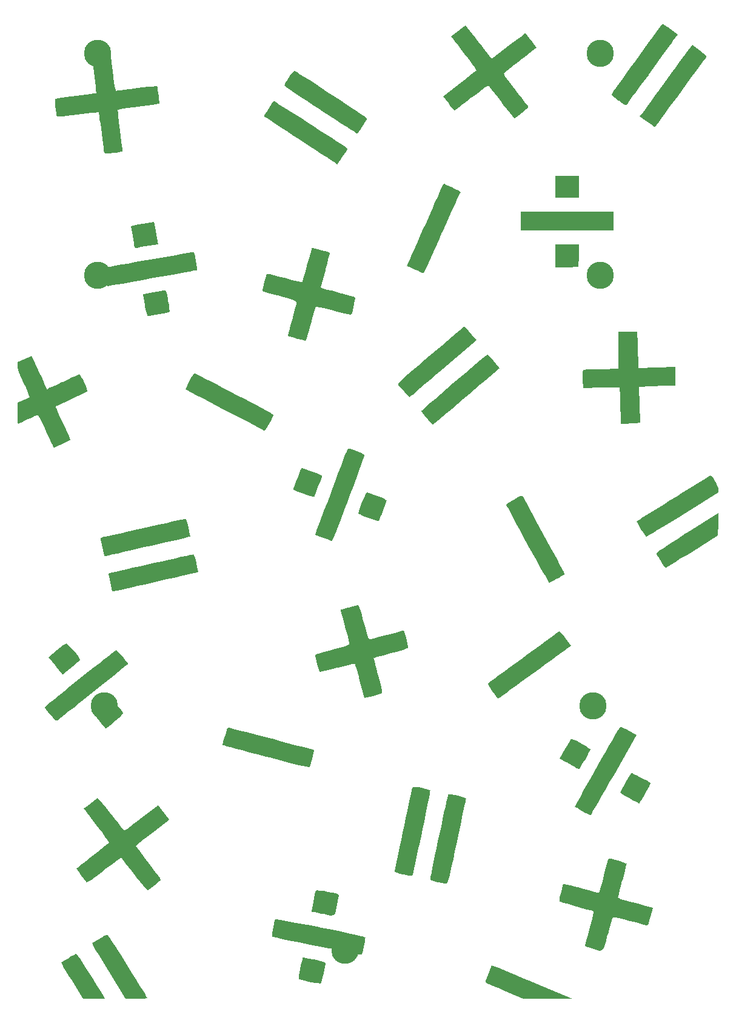
<source format=gbr>
%TF.GenerationSoftware,KiCad,Pcbnew,7.0.7*%
%TF.CreationDate,2023-12-08T00:51:54+02:00*%
%TF.ProjectId,back_plate,6261636b-5f70-46c6-9174-652e6b696361,rev?*%
%TF.SameCoordinates,Original*%
%TF.FileFunction,Copper,L1,Top*%
%TF.FilePolarity,Positive*%
%FSLAX46Y46*%
G04 Gerber Fmt 4.6, Leading zero omitted, Abs format (unit mm)*
G04 Created by KiCad (PCBNEW 7.0.7) date 2023-12-08 00:51:54*
%MOMM*%
%LPD*%
G01*
G04 APERTURE LIST*
%TA.AperFunction,ComponentPad*%
%ADD10C,3.800000*%
%TD*%
G04 APERTURE END LIST*
%TA.AperFunction,EtchedComponent*%
%TO.C,G\u002A\u002A\u002A*%
G36*
X81153371Y-165514000D02*
G01*
X81352505Y-165797928D01*
X81645448Y-166236340D01*
X82014444Y-166801491D01*
X82441737Y-167465636D01*
X82909570Y-168201030D01*
X83400190Y-168979928D01*
X83895839Y-169774586D01*
X84378762Y-170557258D01*
X84785872Y-171225237D01*
X85070288Y-171695146D01*
X83531697Y-171695146D01*
X81993105Y-171695146D01*
X80435536Y-169209686D01*
X80003926Y-168511011D01*
X79627347Y-167882173D01*
X79322514Y-167352704D01*
X79106141Y-166952137D01*
X78994944Y-166710004D01*
X78987486Y-166651191D01*
X79416141Y-166372599D01*
X79879891Y-166082748D01*
X80327951Y-165811910D01*
X80709537Y-165590357D01*
X80973864Y-165448363D01*
X81065801Y-165412301D01*
X81153371Y-165514000D01*
G37*
%TD.AperFunction*%
%TA.AperFunction,EtchedComponent*%
G36*
X85478895Y-162832760D02*
G01*
X85578113Y-162973414D01*
X85787573Y-163292803D01*
X86090603Y-163764272D01*
X86470532Y-164361166D01*
X86910689Y-165056832D01*
X87394401Y-165824614D01*
X87904999Y-166637857D01*
X88425811Y-167469908D01*
X88940166Y-168294110D01*
X89431392Y-169083810D01*
X89882819Y-169812353D01*
X90277775Y-170453084D01*
X90599588Y-170979348D01*
X90831589Y-171364491D01*
X90957105Y-171581859D01*
X90974757Y-171619799D01*
X90859328Y-171648254D01*
X90544480Y-171671010D01*
X90077369Y-171685860D01*
X89505154Y-171690594D01*
X89464320Y-171690496D01*
X87953883Y-171685846D01*
X85562272Y-167855784D01*
X85011186Y-166966032D01*
X84513747Y-166148826D01*
X84083130Y-165426857D01*
X83732514Y-164822817D01*
X83475075Y-164359397D01*
X83323990Y-164059289D01*
X83291599Y-163945628D01*
X84025197Y-163468267D01*
X84583237Y-163126427D01*
X84988192Y-162908674D01*
X85262536Y-162803573D01*
X85428743Y-162799689D01*
X85478895Y-162832760D01*
G37*
%TD.AperFunction*%
%TA.AperFunction,EtchedComponent*%
G36*
X139605206Y-167228125D02*
G01*
X139822866Y-167316848D01*
X140242347Y-167489712D01*
X140837834Y-167736014D01*
X141583516Y-168045050D01*
X142453579Y-168406118D01*
X143422210Y-168808513D01*
X144463595Y-169241532D01*
X145227184Y-169559281D01*
X150344175Y-171689254D01*
X146891748Y-171681846D01*
X143439320Y-171674439D01*
X140881247Y-170596056D01*
X140139746Y-170281450D01*
X139475365Y-169995718D01*
X138921617Y-169753589D01*
X138512013Y-169569790D01*
X138280065Y-169459048D01*
X138241430Y-169435928D01*
X138250563Y-169294638D01*
X138340217Y-168978457D01*
X138494182Y-168539336D01*
X138629951Y-168190563D01*
X139100217Y-167026943D01*
X139605206Y-167228125D01*
G37*
%TD.AperFunction*%
%TA.AperFunction,EtchedComponent*%
G36*
X113165810Y-166012075D02*
G01*
X113616157Y-166093840D01*
X114135817Y-166201119D01*
X114670272Y-166321750D01*
X115165006Y-166443572D01*
X115565505Y-166554421D01*
X115817252Y-166642136D01*
X115875794Y-166684227D01*
X115849979Y-166856002D01*
X115784399Y-167214117D01*
X115689448Y-167703461D01*
X115593482Y-168181068D01*
X115465271Y-168781827D01*
X115362376Y-169179601D01*
X115269626Y-169414659D01*
X115171848Y-169527271D01*
X115075212Y-169556661D01*
X114858866Y-169540966D01*
X114462880Y-169483453D01*
X113948767Y-169393848D01*
X113515833Y-169310059D01*
X112974718Y-169195824D01*
X112527749Y-169091967D01*
X112227608Y-169011328D01*
X112128294Y-168971846D01*
X112128406Y-168835958D01*
X112169848Y-168516893D01*
X112241762Y-168072487D01*
X112333289Y-167560581D01*
X112433572Y-167039012D01*
X112531754Y-166565620D01*
X112616976Y-166198242D01*
X112678380Y-165994717D01*
X112691112Y-165973738D01*
X112839289Y-165967987D01*
X113165810Y-166012075D01*
G37*
%TD.AperFunction*%
%TA.AperFunction,EtchedComponent*%
G36*
X109124155Y-160616703D02*
G01*
X109498045Y-160682393D01*
X110066451Y-160786888D01*
X110805665Y-160925698D01*
X111691983Y-161094331D01*
X112701697Y-161288298D01*
X113811102Y-161503107D01*
X114996491Y-161734268D01*
X115295874Y-161792899D01*
X116767513Y-162083175D01*
X118009973Y-162332435D01*
X119036713Y-162543692D01*
X119861193Y-162719959D01*
X120496872Y-162864249D01*
X120957211Y-162979575D01*
X121255669Y-163068951D01*
X121405706Y-163135389D01*
X121430097Y-163166111D01*
X121408871Y-163358395D01*
X121352126Y-163727277D01*
X121270260Y-164207064D01*
X121229479Y-164433541D01*
X121127994Y-164956580D01*
X121043943Y-165280961D01*
X120958069Y-165451885D01*
X120851117Y-165514552D01*
X120767101Y-165518920D01*
X120597230Y-165493256D01*
X120209875Y-165423905D01*
X119629367Y-165315538D01*
X118880036Y-165172824D01*
X117986212Y-165000433D01*
X116972227Y-164803035D01*
X115862411Y-164585301D01*
X114681094Y-164351901D01*
X114503806Y-164316735D01*
X113320885Y-164080628D01*
X112211903Y-163856660D01*
X111200300Y-163649748D01*
X110309518Y-163464813D01*
X109562995Y-163306771D01*
X108984172Y-163180542D01*
X108596490Y-163091044D01*
X108423388Y-163043195D01*
X108416989Y-163039558D01*
X108401957Y-162888821D01*
X108430953Y-162553557D01*
X108497829Y-162090680D01*
X108553514Y-161775723D01*
X108673251Y-161196220D01*
X108777884Y-160828569D01*
X108879104Y-160639482D01*
X108968486Y-160594309D01*
X109124155Y-160616703D01*
G37*
%TD.AperFunction*%
%TA.AperFunction,EtchedComponent*%
G36*
X155537605Y-152115482D02*
G01*
X155846029Y-152180493D01*
X156265352Y-152289576D01*
X156735523Y-152424865D01*
X157196491Y-152568492D01*
X157588204Y-152702592D01*
X157850610Y-152809299D01*
X157927184Y-152864242D01*
X157895904Y-153016684D01*
X157808871Y-153367474D01*
X157676301Y-153877344D01*
X157508405Y-154507027D01*
X157315399Y-155217255D01*
X157310680Y-155234466D01*
X157117312Y-155945106D01*
X156948784Y-156575133D01*
X156815291Y-157085546D01*
X156727030Y-157437344D01*
X156694197Y-157591527D01*
X156694175Y-157592554D01*
X156805165Y-157670187D01*
X157102457Y-157785753D01*
X157532529Y-157919755D01*
X157773058Y-157985594D01*
X158369483Y-158143408D01*
X159092182Y-158336771D01*
X159829677Y-158535782D01*
X160225403Y-158643412D01*
X161598864Y-159018377D01*
X161257398Y-160270596D01*
X161107782Y-160782725D01*
X160969829Y-161189815D01*
X160861167Y-161443421D01*
X160808694Y-161503651D01*
X160661582Y-161466531D01*
X160314876Y-161374391D01*
X159806777Y-161237529D01*
X159175487Y-161066239D01*
X158459208Y-160870816D01*
X158371831Y-160846910D01*
X157525686Y-160622587D01*
X156842678Y-160456636D01*
X156342298Y-160353221D01*
X156044035Y-160316506D01*
X155965868Y-160332851D01*
X155911346Y-160485809D01*
X155805008Y-160838106D01*
X155658047Y-161350665D01*
X155481654Y-161984408D01*
X155287021Y-162700257D01*
X155274619Y-162746414D01*
X155058739Y-163561952D01*
X154891462Y-164167686D01*
X154745239Y-164588359D01*
X154592516Y-164848713D01*
X154405742Y-164973493D01*
X154157365Y-164987442D01*
X153819833Y-164915302D01*
X153365595Y-164781818D01*
X153096266Y-164702719D01*
X152572452Y-164535962D01*
X152222737Y-164389435D01*
X152076931Y-164276255D01*
X152076132Y-164253819D01*
X152156117Y-163998026D01*
X152276300Y-163577011D01*
X152425244Y-163034629D01*
X152591513Y-162414735D01*
X152763669Y-161761185D01*
X152930277Y-161117833D01*
X153079900Y-160528535D01*
X153201100Y-160037146D01*
X153282442Y-159687521D01*
X153312488Y-159523515D01*
X153311430Y-159516931D01*
X153182639Y-159470742D01*
X152852664Y-159371037D01*
X152358434Y-159228447D01*
X151736877Y-159053603D01*
X151024923Y-158857134D01*
X150916295Y-158827460D01*
X150193065Y-158627904D01*
X149553820Y-158447252D01*
X149035794Y-158296375D01*
X148676220Y-158186146D01*
X148512332Y-158127440D01*
X148507102Y-158123930D01*
X148515004Y-157992669D01*
X148574368Y-157686769D01*
X148669497Y-157268873D01*
X148784695Y-156801623D01*
X148904262Y-156347663D01*
X149012503Y-155969633D01*
X149093719Y-155730176D01*
X149118923Y-155682376D01*
X149244934Y-155699398D01*
X149572482Y-155773114D01*
X150065406Y-155894561D01*
X150687542Y-156054773D01*
X151402729Y-156244788D01*
X151569786Y-156289922D01*
X152302661Y-156484305D01*
X152952704Y-156648691D01*
X153483228Y-156774462D01*
X153857547Y-156853000D01*
X154038972Y-156875685D01*
X154049273Y-156872410D01*
X154101458Y-156736714D01*
X154205355Y-156400127D01*
X154350094Y-155900285D01*
X154524804Y-155274823D01*
X154718612Y-154561379D01*
X154741203Y-154476999D01*
X154934538Y-153758710D01*
X155107203Y-153126483D01*
X155248900Y-152617273D01*
X155349331Y-152268034D01*
X155398199Y-152115722D01*
X155400132Y-152112407D01*
X155537605Y-152115482D01*
G37*
%TD.AperFunction*%
%TA.AperFunction,EtchedComponent*%
G36*
X115084198Y-156598991D02*
G01*
X115646002Y-156679316D01*
X116198584Y-156777391D01*
X116835061Y-156899463D01*
X117266662Y-156991312D01*
X117530873Y-157068242D01*
X117665180Y-157145556D01*
X117707070Y-157238559D01*
X117694030Y-157362554D01*
X117689405Y-157386018D01*
X117640941Y-157641778D01*
X117562493Y-158069068D01*
X117467088Y-158596593D01*
X117412278Y-158902670D01*
X117327542Y-159392672D01*
X117249857Y-159738530D01*
X117140153Y-159957143D01*
X116959358Y-160065415D01*
X116668399Y-160080247D01*
X116228205Y-160018541D01*
X115599704Y-159897197D01*
X115265048Y-159831519D01*
X114734303Y-159727060D01*
X114303430Y-159639422D01*
X114023455Y-159579164D01*
X113942522Y-159557863D01*
X113944582Y-159428256D01*
X113990107Y-159115750D01*
X114067513Y-158677825D01*
X114165216Y-158171962D01*
X114271632Y-157655641D01*
X114375179Y-157186342D01*
X114464271Y-156821546D01*
X114527326Y-156618733D01*
X114538873Y-156598654D01*
X114705794Y-156571096D01*
X115084198Y-156598991D01*
G37*
%TD.AperFunction*%
%TA.AperFunction,EtchedComponent*%
G36*
X84126935Y-143757626D02*
G01*
X84371843Y-144006814D01*
X84734647Y-144426641D01*
X85202551Y-145002147D01*
X85762760Y-145718374D01*
X85923886Y-145928321D01*
X86426011Y-146581837D01*
X86878589Y-147164878D01*
X87260264Y-147650423D01*
X87549681Y-148011448D01*
X87725487Y-148220931D01*
X87768932Y-148263051D01*
X87879940Y-148191937D01*
X88158532Y-147990919D01*
X88576992Y-147680655D01*
X89107602Y-147281806D01*
X89722643Y-146815032D01*
X90160451Y-146480482D01*
X92490319Y-144695426D01*
X93040201Y-145402810D01*
X93351145Y-145806474D01*
X93632602Y-146178122D01*
X93819307Y-146431336D01*
X94048531Y-146752479D01*
X91714837Y-148527453D01*
X91060445Y-149027553D01*
X90476627Y-149478276D01*
X89990487Y-149858321D01*
X89629133Y-150146387D01*
X89419669Y-150321171D01*
X89377796Y-150364078D01*
X89448988Y-150474825D01*
X89650698Y-150752728D01*
X89962202Y-151170165D01*
X90362776Y-151699513D01*
X90831696Y-152313152D01*
X91170222Y-152753070D01*
X91668342Y-153407339D01*
X92104945Y-153997614D01*
X92460536Y-154496130D01*
X92715621Y-154875122D01*
X92850706Y-155106824D01*
X92864308Y-155165893D01*
X92677553Y-155315027D01*
X92369270Y-155553742D01*
X91997284Y-155838140D01*
X91619417Y-156124320D01*
X91293491Y-156368382D01*
X91077328Y-156526427D01*
X91029758Y-156558712D01*
X90919268Y-156488572D01*
X90684086Y-156246280D01*
X90346449Y-155857734D01*
X89928594Y-155348833D01*
X89452759Y-154745476D01*
X89277431Y-154517821D01*
X88789077Y-153879380D01*
X88343258Y-153295576D01*
X87964742Y-152798923D01*
X87678299Y-152421936D01*
X87508700Y-152197128D01*
X87482093Y-152161190D01*
X87418374Y-152094362D01*
X87332810Y-152071341D01*
X87200933Y-152107383D01*
X86998275Y-152217743D01*
X86700367Y-152417675D01*
X86282739Y-152722436D01*
X85720924Y-153147280D01*
X84990452Y-153707463D01*
X84941267Y-153745295D01*
X84186510Y-154322725D01*
X83601810Y-154761239D01*
X83164411Y-155075660D01*
X82851560Y-155280816D01*
X82640501Y-155391530D01*
X82508482Y-155422629D01*
X82432748Y-155388937D01*
X82427720Y-155382989D01*
X82103373Y-154964269D01*
X81776177Y-154525936D01*
X81480538Y-154116106D01*
X81250860Y-153782893D01*
X81121549Y-153574416D01*
X81105236Y-153533475D01*
X81198068Y-153433720D01*
X81460135Y-153207461D01*
X81863990Y-152876954D01*
X82382189Y-152464455D01*
X82987284Y-151992219D01*
X83356626Y-151707851D01*
X84000432Y-151211912D01*
X84575149Y-150764180D01*
X85052874Y-150386807D01*
X85405702Y-150101944D01*
X85605730Y-149931742D01*
X85640603Y-149894765D01*
X85576712Y-149777293D01*
X85381499Y-149493370D01*
X85075404Y-149070917D01*
X84678865Y-148537858D01*
X84212322Y-147922116D01*
X83876141Y-147484203D01*
X83375927Y-146832930D01*
X82932602Y-146250037D01*
X82566378Y-145762573D01*
X82297469Y-145397585D01*
X82146088Y-145182120D01*
X82120490Y-145134868D01*
X82226316Y-145055910D01*
X82481869Y-144862271D01*
X82841001Y-144589087D01*
X83257565Y-144271499D01*
X83685415Y-143944645D01*
X84012720Y-143694037D01*
X84126935Y-143757626D01*
G37*
%TD.AperFunction*%
%TA.AperFunction,EtchedComponent*%
G36*
X133478656Y-143205289D02*
G01*
X133905363Y-143281414D01*
X134377546Y-143383909D01*
X134832815Y-143498565D01*
X135208779Y-143611171D01*
X135443049Y-143707519D01*
X135489804Y-143753511D01*
X135465250Y-143898016D01*
X135393533Y-144259739D01*
X135279644Y-144814873D01*
X135128574Y-145539614D01*
X134945316Y-146410153D01*
X134734861Y-147402687D01*
X134502199Y-148493408D01*
X134252323Y-149658511D01*
X134226538Y-149778398D01*
X133936011Y-151125938D01*
X133691374Y-152251835D01*
X133487566Y-153175729D01*
X133319524Y-153917258D01*
X133182185Y-154496061D01*
X133070488Y-154931777D01*
X132979370Y-155244044D01*
X132903769Y-155452500D01*
X132838622Y-155576785D01*
X132778868Y-155636537D01*
X132719443Y-155651394D01*
X132712705Y-155651130D01*
X132478129Y-155617489D01*
X132081402Y-155541944D01*
X131600315Y-155439515D01*
X131502344Y-155417471D01*
X131043937Y-155307379D01*
X130685570Y-155210127D01*
X130489672Y-155142992D01*
X130473080Y-155132627D01*
X130485968Y-155004299D01*
X130545842Y-154663306D01*
X130646715Y-154137826D01*
X130782598Y-153456039D01*
X130947502Y-152646123D01*
X131135440Y-151736257D01*
X131340423Y-150754622D01*
X131556463Y-149729395D01*
X131777571Y-148688756D01*
X131997759Y-147660883D01*
X132211039Y-146673957D01*
X132411422Y-145756156D01*
X132592920Y-144935658D01*
X132749544Y-144240644D01*
X132875307Y-143699291D01*
X132964220Y-143339780D01*
X133010294Y-143190289D01*
X133011230Y-143188992D01*
X133159815Y-143169745D01*
X133478656Y-143205289D01*
G37*
%TD.AperFunction*%
%TA.AperFunction,EtchedComponent*%
G36*
X128454657Y-142140936D02*
G01*
X128873456Y-142197110D01*
X129343238Y-142279362D01*
X129801283Y-142376318D01*
X130184870Y-142476606D01*
X130431280Y-142568851D01*
X130473444Y-142597072D01*
X130465029Y-142728521D01*
X130409693Y-143072552D01*
X130313360Y-143600875D01*
X130181954Y-144285199D01*
X130021400Y-145097233D01*
X129837620Y-146008685D01*
X129636539Y-146991265D01*
X129424081Y-148016682D01*
X129206169Y-149056645D01*
X128988729Y-150082863D01*
X128777683Y-151067045D01*
X128578956Y-151980901D01*
X128398472Y-152796140D01*
X128242154Y-153484470D01*
X128115927Y-154017600D01*
X128025714Y-154367241D01*
X127980930Y-154500498D01*
X127819589Y-154544027D01*
X127433617Y-154506773D01*
X126819183Y-154388337D01*
X126740230Y-154370946D01*
X126236704Y-154246586D01*
X125832801Y-154123488D01*
X125583514Y-154019668D01*
X125531284Y-153974921D01*
X125549667Y-153839203D01*
X125614113Y-153490934D01*
X125718622Y-152958609D01*
X125857193Y-152270720D01*
X126023827Y-151455761D01*
X126212523Y-150542225D01*
X126417281Y-149558606D01*
X126632102Y-148533397D01*
X126850985Y-147495091D01*
X127067929Y-146472181D01*
X127276936Y-145493161D01*
X127472004Y-144586525D01*
X127647134Y-143780765D01*
X127796326Y-143104375D01*
X127913578Y-142585848D01*
X127992893Y-142253678D01*
X128020882Y-142152318D01*
X128149558Y-142122214D01*
X128454657Y-142140936D01*
G37*
%TD.AperFunction*%
%TA.AperFunction,EtchedComponent*%
G36*
X157182609Y-133792170D02*
G01*
X157502361Y-133928394D01*
X157927227Y-134143306D01*
X158219624Y-134305156D01*
X159276220Y-134908906D01*
X156131719Y-140445698D01*
X155522961Y-141516051D01*
X154949658Y-142521096D01*
X154423539Y-143440476D01*
X153956334Y-144253833D01*
X153559773Y-144940810D01*
X153245585Y-145481051D01*
X153025502Y-145854196D01*
X152911252Y-146039890D01*
X152898706Y-146056620D01*
X152760383Y-146031691D01*
X152461257Y-145903945D01*
X152052453Y-145696663D01*
X151788824Y-145551206D01*
X151340011Y-145293589D01*
X150976012Y-145079123D01*
X150747836Y-144938145D01*
X150698595Y-144902802D01*
X150742650Y-144784694D01*
X150896654Y-144477695D01*
X151146768Y-144006195D01*
X151479155Y-143394586D01*
X151879976Y-142667258D01*
X152335393Y-141848603D01*
X152831568Y-140963011D01*
X153354664Y-140034874D01*
X153890841Y-139088583D01*
X154426262Y-138148527D01*
X154947089Y-137239099D01*
X155439483Y-136384689D01*
X155889606Y-135609689D01*
X156283621Y-134938489D01*
X156607689Y-134395480D01*
X156847973Y-134005053D01*
X156990633Y-133791600D01*
X157021077Y-133758840D01*
X157182609Y-133792170D01*
G37*
%TD.AperFunction*%
%TA.AperFunction,EtchedComponent*%
G36*
X158678945Y-140225696D02*
G01*
X158975782Y-140343793D01*
X159381282Y-140533945D01*
X159843960Y-140768882D01*
X160312335Y-141021336D01*
X160734922Y-141264037D01*
X161060239Y-141469715D01*
X161236802Y-141611102D01*
X161254242Y-141643401D01*
X161197871Y-141784098D01*
X161045502Y-142081368D01*
X160825248Y-142486104D01*
X160565221Y-142949201D01*
X160293535Y-143421552D01*
X160038302Y-143854052D01*
X159827635Y-144197595D01*
X159689647Y-144403075D01*
X159653398Y-144439663D01*
X159528416Y-144381040D01*
X159233293Y-144223665D01*
X158811857Y-143991379D01*
X158307938Y-143708023D01*
X158297087Y-143701868D01*
X157799428Y-143410794D01*
X157394238Y-143157206D01*
X157122383Y-142967877D01*
X157024727Y-142869581D01*
X157024902Y-142868380D01*
X157095588Y-142714611D01*
X157261499Y-142402381D01*
X157492053Y-141985329D01*
X157756671Y-141517093D01*
X158024772Y-141051311D01*
X158265777Y-140641621D01*
X158449104Y-140341662D01*
X158542252Y-140206924D01*
X158678945Y-140225696D01*
G37*
%TD.AperFunction*%
%TA.AperFunction,EtchedComponent*%
G36*
X150283270Y-135435999D02*
G01*
X150569741Y-135561156D01*
X150967040Y-135757348D01*
X151424562Y-135997142D01*
X151891703Y-136253100D01*
X152317858Y-136497787D01*
X152652422Y-136703768D01*
X152844791Y-136843607D01*
X152871845Y-136880511D01*
X152812209Y-137040450D01*
X152652919Y-137350625D01*
X152423401Y-137761888D01*
X152153082Y-138225090D01*
X151871389Y-138691084D01*
X151607749Y-139110721D01*
X151391587Y-139434854D01*
X151252330Y-139614334D01*
X151222747Y-139634816D01*
X151031071Y-139572833D01*
X150747672Y-139424271D01*
X150714078Y-139403814D01*
X150428916Y-139232072D01*
X150011315Y-138986160D01*
X149543009Y-138714144D01*
X149457848Y-138665089D01*
X148571522Y-138155288D01*
X149322869Y-136830799D01*
X149618053Y-136314389D01*
X149873058Y-135875619D01*
X150061387Y-135559573D01*
X150156547Y-135411337D01*
X150158232Y-135409313D01*
X150283270Y-135435999D01*
G37*
%TD.AperFunction*%
%TA.AperFunction,EtchedComponent*%
G36*
X102378412Y-133871952D02*
G01*
X102733117Y-133957732D01*
X103268785Y-134091842D01*
X103957715Y-134267034D01*
X104772204Y-134476063D01*
X105684549Y-134711680D01*
X106667047Y-134966639D01*
X107691995Y-135233694D01*
X108731691Y-135505596D01*
X109758432Y-135775100D01*
X110744515Y-136034959D01*
X111662236Y-136277925D01*
X112483894Y-136496751D01*
X113181785Y-136684191D01*
X113728207Y-136832998D01*
X114095457Y-136935925D01*
X114255832Y-136985726D01*
X114260368Y-136988200D01*
X114252971Y-137119879D01*
X114193996Y-137425186D01*
X114099281Y-137840542D01*
X113984666Y-138302368D01*
X113865989Y-138747084D01*
X113759089Y-139111110D01*
X113679806Y-139330867D01*
X113673753Y-139342937D01*
X113545285Y-139349690D01*
X113198558Y-139293116D01*
X112630590Y-139172509D01*
X111838401Y-138987166D01*
X110819011Y-138736382D01*
X109569439Y-138419452D01*
X108086704Y-138035672D01*
X107558738Y-137897643D01*
X106382808Y-137589575D01*
X105281790Y-137301161D01*
X104278201Y-137038300D01*
X103394559Y-136806888D01*
X102653383Y-136612820D01*
X102077191Y-136461994D01*
X101688501Y-136360307D01*
X101509832Y-136313654D01*
X101500529Y-136311260D01*
X101502389Y-136196968D01*
X101565193Y-135908340D01*
X101671333Y-135504793D01*
X101803200Y-135045747D01*
X101943185Y-134590622D01*
X102073679Y-134198835D01*
X102177073Y-133929806D01*
X102232376Y-133841748D01*
X102378412Y-133871952D01*
G37*
%TD.AperFunction*%
%TA.AperFunction,EtchedComponent*%
G36*
X85821909Y-129662058D02*
G01*
X86051546Y-129886313D01*
X86354197Y-130216316D01*
X86691638Y-130606866D01*
X87025644Y-131012764D01*
X87317994Y-131388811D01*
X87530462Y-131689804D01*
X87620732Y-131855886D01*
X87542488Y-131958936D01*
X87315165Y-132180110D01*
X86981637Y-132482719D01*
X86584778Y-132830076D01*
X86167461Y-133185491D01*
X85772562Y-133512277D01*
X85442953Y-133773745D01*
X85221509Y-133933207D01*
X85156269Y-133964787D01*
X85068790Y-133874440D01*
X84862406Y-133630460D01*
X84570610Y-133273091D01*
X84316505Y-132955678D01*
X83965540Y-132512067D01*
X83660205Y-132122788D01*
X83441012Y-131839674D01*
X83362480Y-131735137D01*
X83318572Y-131628748D01*
X83357704Y-131501788D01*
X83506576Y-131324004D01*
X83791888Y-131065142D01*
X84240338Y-130694951D01*
X84379582Y-130582659D01*
X84845059Y-130213846D01*
X85249583Y-129903670D01*
X85549964Y-129684555D01*
X85703012Y-129588925D01*
X85703509Y-129588751D01*
X85821909Y-129662058D01*
G37*
%TD.AperFunction*%
%TA.AperFunction,EtchedComponent*%
G36*
X86713811Y-123107016D02*
G01*
X86947308Y-123321412D01*
X87246011Y-123634041D01*
X87567396Y-123996251D01*
X87868938Y-124359390D01*
X88108111Y-124674805D01*
X88242389Y-124893844D01*
X88257205Y-124949154D01*
X88163534Y-125034634D01*
X87898753Y-125255725D01*
X87484934Y-125594766D01*
X86944149Y-126034092D01*
X86298470Y-126556040D01*
X85569968Y-127142947D01*
X84780716Y-127777150D01*
X83952785Y-128440985D01*
X83108248Y-129116790D01*
X82269176Y-129786900D01*
X81457641Y-130433653D01*
X80695714Y-131039385D01*
X80005469Y-131586432D01*
X79408976Y-132057133D01*
X78928308Y-132433823D01*
X78585536Y-132698839D01*
X78409942Y-132829543D01*
X78290519Y-132885084D01*
X78162337Y-132855188D01*
X77989180Y-132710883D01*
X77734834Y-132423199D01*
X77426727Y-132043011D01*
X77105105Y-131631004D01*
X76851693Y-131289076D01*
X76700046Y-131063476D01*
X76671845Y-131002518D01*
X76764829Y-130910516D01*
X77029092Y-130683096D01*
X77442603Y-130337950D01*
X77983330Y-129892771D01*
X78629239Y-129365251D01*
X79358299Y-128773082D01*
X80148478Y-128133958D01*
X80977743Y-127465571D01*
X81824061Y-126785614D01*
X82665402Y-126111778D01*
X83479732Y-125461758D01*
X84245019Y-124853244D01*
X84939231Y-124303930D01*
X85540335Y-123831509D01*
X86026301Y-123453672D01*
X86375094Y-123188113D01*
X86564683Y-123052524D01*
X86588048Y-123039506D01*
X86713811Y-123107016D01*
G37*
%TD.AperFunction*%
%TA.AperFunction,EtchedComponent*%
G36*
X120408644Y-116761379D02*
G01*
X120497442Y-116887331D01*
X120605767Y-117143671D01*
X120743105Y-117556682D01*
X120918939Y-118152646D01*
X121142754Y-118957848D01*
X121181099Y-119098477D01*
X121430559Y-119993357D01*
X121631892Y-120664785D01*
X121791047Y-121129909D01*
X121913977Y-121405875D01*
X122006633Y-121509832D01*
X122018602Y-121511651D01*
X122189833Y-121480556D01*
X122558565Y-121394007D01*
X123084570Y-121262100D01*
X123727622Y-121094935D01*
X124447492Y-120902611D01*
X124483863Y-120892764D01*
X125194190Y-120702422D01*
X125817944Y-120539261D01*
X126318112Y-120412635D01*
X126657682Y-120331898D01*
X126799639Y-120306404D01*
X126801408Y-120307085D01*
X126872854Y-120464024D01*
X126973948Y-120788968D01*
X127089539Y-121218635D01*
X127204475Y-121689747D01*
X127303606Y-122139025D01*
X127371779Y-122503187D01*
X127393843Y-122718957D01*
X127386246Y-122749651D01*
X127241402Y-122809227D01*
X126896289Y-122920624D01*
X126389008Y-123072475D01*
X125757657Y-123253410D01*
X125040337Y-123452060D01*
X124949309Y-123476816D01*
X124230644Y-123672791D01*
X123598994Y-123846801D01*
X123090833Y-123988654D01*
X122742629Y-124088156D01*
X122590856Y-124135115D01*
X122587338Y-124136937D01*
X122610587Y-124258012D01*
X122689590Y-124581045D01*
X122815099Y-125070111D01*
X122977865Y-125689288D01*
X123168638Y-126402654D01*
X123212995Y-126566990D01*
X123457567Y-127496246D01*
X123627531Y-128200263D01*
X123724783Y-128688239D01*
X123751223Y-128969369D01*
X123725451Y-129050164D01*
X123552099Y-129115239D01*
X123200681Y-129224699D01*
X122731613Y-129360175D01*
X122452124Y-129437288D01*
X121316385Y-129745607D01*
X121135614Y-129111881D01*
X121036551Y-128756817D01*
X120891932Y-128228521D01*
X120719465Y-127592110D01*
X120536856Y-126912699D01*
X120493879Y-126751942D01*
X120325053Y-126131986D01*
X120173545Y-125598326D01*
X120052571Y-125195840D01*
X119975346Y-124969408D01*
X119959817Y-124938360D01*
X119824173Y-124942928D01*
X119488009Y-125006313D01*
X118988054Y-125120059D01*
X118361035Y-125275712D01*
X117643683Y-125464817D01*
X117483408Y-125508423D01*
X116560907Y-125754314D01*
X115861814Y-125925697D01*
X115375195Y-126024857D01*
X115090117Y-126054076D01*
X114999014Y-126027345D01*
X114920566Y-125829034D01*
X114813924Y-125478504D01*
X114694960Y-125039676D01*
X114579543Y-124576472D01*
X114483541Y-124152813D01*
X114422824Y-123832621D01*
X114413261Y-123679816D01*
X114415391Y-123676518D01*
X114547890Y-123626896D01*
X114881601Y-123524293D01*
X115379505Y-123379447D01*
X116004587Y-123203092D01*
X116719829Y-123005965D01*
X116843638Y-122972270D01*
X117565938Y-122769789D01*
X118199312Y-122580269D01*
X118707881Y-122415439D01*
X119055765Y-122287028D01*
X119207083Y-122206762D01*
X119210680Y-122198566D01*
X119179950Y-122043815D01*
X119094340Y-121689895D01*
X118963716Y-121175590D01*
X118797944Y-120539681D01*
X118606890Y-119820951D01*
X118585958Y-119742977D01*
X118395671Y-119026393D01*
X118232741Y-118396567D01*
X118106278Y-117890092D01*
X118025392Y-117543559D01*
X117999191Y-117393560D01*
X118000278Y-117390402D01*
X118128741Y-117347916D01*
X118438955Y-117257846D01*
X118874463Y-117136405D01*
X119087379Y-117078255D01*
X119583719Y-116943365D01*
X120003155Y-116829087D01*
X120277889Y-116753906D01*
X120329890Y-116739531D01*
X120408644Y-116761379D01*
G37*
%TD.AperFunction*%
%TA.AperFunction,EtchedComponent*%
G36*
X148651040Y-120509613D02*
G01*
X148901317Y-120757513D01*
X149231211Y-121157715D01*
X149408963Y-121394189D01*
X150151426Y-122407789D01*
X149631295Y-122799393D01*
X149259829Y-123076301D01*
X148748890Y-123453127D01*
X148121817Y-123912970D01*
X147401949Y-124438928D01*
X146612624Y-125014099D01*
X145777180Y-125621582D01*
X144918956Y-126244475D01*
X144061291Y-126865875D01*
X143227522Y-127468882D01*
X142440989Y-128036593D01*
X141725029Y-128552108D01*
X141102981Y-128998523D01*
X140598184Y-129358938D01*
X140233976Y-129616451D01*
X140033695Y-129754160D01*
X140002170Y-129772816D01*
X139904333Y-129679711D01*
X139696508Y-129428516D01*
X139412597Y-129061410D01*
X139189094Y-128761257D01*
X138888010Y-128331871D01*
X138664451Y-127975507D01*
X138545328Y-127737498D01*
X138538598Y-127665491D01*
X138677114Y-127557221D01*
X138989055Y-127324270D01*
X139450936Y-126983658D01*
X140039270Y-126552405D01*
X140730568Y-126047531D01*
X141501346Y-125486057D01*
X142328116Y-124885001D01*
X143187390Y-124261385D01*
X144055684Y-123632229D01*
X144909509Y-123014552D01*
X145725378Y-122425374D01*
X146479806Y-121881717D01*
X147149305Y-121400599D01*
X147710388Y-120999042D01*
X148139569Y-120694064D01*
X148413361Y-120502687D01*
X148506778Y-120441881D01*
X148651040Y-120509613D01*
G37*
%TD.AperFunction*%
%TA.AperFunction,EtchedComponent*%
G36*
X79818033Y-122166046D02*
G01*
X80053724Y-122400783D01*
X80360858Y-122738865D01*
X80700454Y-123133869D01*
X81033529Y-123539373D01*
X81321101Y-123908955D01*
X81524189Y-124196193D01*
X81603810Y-124354665D01*
X81603883Y-124356946D01*
X81514808Y-124459395D01*
X81276760Y-124679085D01*
X80933500Y-124979420D01*
X80528795Y-125323809D01*
X80106407Y-125675658D01*
X79710101Y-125998373D01*
X79383640Y-126255361D01*
X79170788Y-126410029D01*
X79114521Y-126438437D01*
X79025091Y-126346324D01*
X78831920Y-126112591D01*
X78627355Y-125852758D01*
X78289732Y-125419791D01*
X77903451Y-124929584D01*
X77671911Y-124638348D01*
X77165326Y-124004366D01*
X78351876Y-123050006D01*
X78819818Y-122682096D01*
X79227154Y-122377538D01*
X79531326Y-122167087D01*
X79689773Y-122081496D01*
X79692768Y-122081075D01*
X79818033Y-122166046D01*
G37*
%TD.AperFunction*%
%TA.AperFunction,EtchedComponent*%
G36*
X97510001Y-109746622D02*
G01*
X97620090Y-109981890D01*
X97742286Y-110410075D01*
X97848684Y-110876467D01*
X97952621Y-111388176D01*
X98025662Y-111802473D01*
X98058939Y-112065464D01*
X98054922Y-112129867D01*
X97931111Y-112164152D01*
X97594835Y-112246290D01*
X97074183Y-112369857D01*
X96397247Y-112528427D01*
X95592115Y-112715576D01*
X94686876Y-112924879D01*
X93709621Y-113149910D01*
X92688440Y-113384244D01*
X91651421Y-113621457D01*
X90626654Y-113855124D01*
X89642230Y-114078819D01*
X88726237Y-114286117D01*
X87906766Y-114470594D01*
X87211905Y-114625824D01*
X86669745Y-114745383D01*
X86308375Y-114822844D01*
X86155885Y-114851785D01*
X86154700Y-114851839D01*
X86099017Y-114740329D01*
X86006207Y-114437937D01*
X85890649Y-113994947D01*
X85800855Y-113614605D01*
X85688404Y-113096713D01*
X85606629Y-112676834D01*
X85565129Y-112407164D01*
X85565573Y-112335319D01*
X85694000Y-112298498D01*
X86034932Y-112214906D01*
X86560068Y-112090905D01*
X87241104Y-111932858D01*
X88049736Y-111747128D01*
X88957660Y-111540076D01*
X89936575Y-111318065D01*
X90958175Y-111087458D01*
X91994158Y-110854617D01*
X93016221Y-110625904D01*
X93996060Y-110407683D01*
X94905371Y-110206315D01*
X95715852Y-110028163D01*
X96399199Y-109879590D01*
X96927108Y-109766958D01*
X97271277Y-109696629D01*
X97401026Y-109674757D01*
X97510001Y-109746622D01*
G37*
%TD.AperFunction*%
%TA.AperFunction,EtchedComponent*%
G36*
X143380650Y-101539792D02*
G01*
X143392211Y-101555205D01*
X143513760Y-101761852D01*
X143730906Y-102147833D01*
X144030139Y-102688133D01*
X144397948Y-103357734D01*
X144820823Y-104131622D01*
X145285252Y-104984779D01*
X145777726Y-105892189D01*
X146284733Y-106828837D01*
X146792763Y-107769705D01*
X147288305Y-108689779D01*
X147757849Y-109564041D01*
X148187883Y-110367476D01*
X148564897Y-111075067D01*
X148875381Y-111661798D01*
X149105823Y-112102653D01*
X149242713Y-112372615D01*
X149275669Y-112448926D01*
X149136487Y-112540853D01*
X148843062Y-112710579D01*
X148454216Y-112926384D01*
X148028772Y-113156547D01*
X147625552Y-113369347D01*
X147303379Y-113533062D01*
X147121076Y-113615972D01*
X147103346Y-113620389D01*
X147027708Y-113515417D01*
X146846219Y-113214265D01*
X146570501Y-112737574D01*
X146212178Y-112105987D01*
X145782874Y-111340146D01*
X145294210Y-110460693D01*
X144757810Y-109488271D01*
X144185297Y-108443522D01*
X144085431Y-108260603D01*
X143508118Y-107200859D01*
X142967339Y-106204815D01*
X142474546Y-105293797D01*
X142041189Y-104489134D01*
X141678716Y-103812151D01*
X141398579Y-103284176D01*
X141212227Y-102926535D01*
X141131111Y-102760557D01*
X141128696Y-102753366D01*
X141216212Y-102635577D01*
X141477845Y-102435173D01*
X141869163Y-102183770D01*
X142191300Y-101997240D01*
X142711774Y-101717239D01*
X143059744Y-101556404D01*
X143270830Y-101501626D01*
X143380650Y-101539792D01*
G37*
%TD.AperFunction*%
%TA.AperFunction,EtchedComponent*%
G36*
X170723291Y-105456093D02*
G01*
X170688835Y-107018357D01*
X167070285Y-109271315D01*
X166219009Y-109799616D01*
X165433374Y-110283890D01*
X164738025Y-110709199D01*
X164157605Y-111060607D01*
X163716758Y-111323177D01*
X163440128Y-111481973D01*
X163353193Y-111524272D01*
X163248500Y-111426468D01*
X163051626Y-111164781D01*
X162797244Y-110786802D01*
X162671530Y-110588694D01*
X162408705Y-110151677D01*
X162203623Y-109781671D01*
X162087670Y-109536576D01*
X162073089Y-109484718D01*
X162171483Y-109383549D01*
X162460646Y-109166960D01*
X162920875Y-108848039D01*
X163532468Y-108439875D01*
X164275723Y-107955556D01*
X165130938Y-107408172D01*
X166078410Y-106810811D01*
X166407757Y-106605074D01*
X170757747Y-103893828D01*
X170723291Y-105456093D01*
G37*
%TD.AperFunction*%
%TA.AperFunction,EtchedComponent*%
G36*
X96369672Y-104779769D02*
G01*
X96487104Y-105041756D01*
X96624407Y-105514535D01*
X96720122Y-105910213D01*
X96834182Y-106426280D01*
X96917248Y-106844803D01*
X96959450Y-107113218D01*
X96959283Y-107183759D01*
X96837225Y-107216389D01*
X96502631Y-107297082D01*
X95983476Y-107419434D01*
X95307738Y-107577042D01*
X94503392Y-107763504D01*
X93598413Y-107972416D01*
X92620779Y-108197375D01*
X91598464Y-108431978D01*
X90559445Y-108669822D01*
X89531699Y-108904505D01*
X88543200Y-109129622D01*
X87621925Y-109338772D01*
X86795850Y-109525550D01*
X86092951Y-109683554D01*
X85541203Y-109806382D01*
X85168584Y-109887629D01*
X85003068Y-109920893D01*
X84998217Y-109921359D01*
X84954413Y-109810579D01*
X84875709Y-109517811D01*
X84777840Y-109102413D01*
X84761211Y-109027427D01*
X84614508Y-108351346D01*
X84518456Y-107880060D01*
X84467848Y-107578173D01*
X84457479Y-107410287D01*
X84482145Y-107341004D01*
X84511907Y-107332039D01*
X84649365Y-107305598D01*
X85003432Y-107229812D01*
X85550247Y-107109986D01*
X86265948Y-106951428D01*
X87126675Y-106759444D01*
X88108567Y-106539338D01*
X89187762Y-106296418D01*
X90340400Y-106035989D01*
X90353291Y-106033071D01*
X91509584Y-105771585D01*
X92595103Y-105526597D01*
X93585601Y-105303543D01*
X94456833Y-105107860D01*
X95184551Y-104944986D01*
X95744510Y-104820357D01*
X96112463Y-104739410D01*
X96264154Y-104707585D01*
X96369672Y-104779769D01*
G37*
%TD.AperFunction*%
%TA.AperFunction,EtchedComponent*%
G36*
X119219193Y-94921892D02*
G01*
X119566613Y-95035000D01*
X119994108Y-95193942D01*
X120441507Y-95374284D01*
X120848640Y-95551593D01*
X121155335Y-95701434D01*
X121301421Y-95799374D01*
X121306071Y-95810604D01*
X121264244Y-95964057D01*
X121144892Y-96317982D01*
X120957951Y-96846022D01*
X120713357Y-97521819D01*
X120421045Y-98319017D01*
X120090950Y-99211258D01*
X119733009Y-100172186D01*
X119357156Y-101175441D01*
X118973328Y-102194669D01*
X118591460Y-103203510D01*
X118221486Y-104175609D01*
X117873344Y-105084607D01*
X117556968Y-105904148D01*
X117282295Y-106607874D01*
X117059259Y-107169427D01*
X116897795Y-107562452D01*
X116807841Y-107760589D01*
X116794380Y-107779327D01*
X116638281Y-107749554D01*
X116308439Y-107646472D01*
X115860137Y-107488204D01*
X115548319Y-107370840D01*
X114413629Y-106934024D01*
X114629842Y-106362400D01*
X114716412Y-106131565D01*
X114879282Y-105695349D01*
X115108854Y-105079530D01*
X115395528Y-104309885D01*
X115729707Y-103412190D01*
X116101791Y-102412223D01*
X116502182Y-101335761D01*
X116874241Y-100335119D01*
X117285046Y-99236130D01*
X117672532Y-98211137D01*
X118027857Y-97282711D01*
X118342177Y-96473425D01*
X118606646Y-95805850D01*
X118812422Y-95302557D01*
X118950659Y-94986120D01*
X119012018Y-94879051D01*
X119219193Y-94921892D01*
G37*
%TD.AperFunction*%
%TA.AperFunction,EtchedComponent*%
G36*
X169741407Y-98706493D02*
G01*
X169945916Y-98923962D01*
X170179316Y-99258571D01*
X170408698Y-99655045D01*
X170601156Y-100058108D01*
X170723780Y-100412485D01*
X170750485Y-100596104D01*
X170750485Y-101017669D01*
X165767987Y-104113204D01*
X164765066Y-104734981D01*
X163825333Y-105315041D01*
X162969644Y-105840690D01*
X162218856Y-106299237D01*
X161593824Y-106677987D01*
X161115405Y-106964249D01*
X160804457Y-107145329D01*
X160681835Y-107208534D01*
X160681822Y-107208534D01*
X160576804Y-107110411D01*
X160376481Y-106846008D01*
X160113262Y-106460000D01*
X159916817Y-106153935D01*
X159644293Y-105709146D01*
X159435641Y-105348716D01*
X159316664Y-105118456D01*
X159300312Y-105059450D01*
X159408112Y-104990655D01*
X159700941Y-104807138D01*
X160154255Y-104524149D01*
X160743512Y-104156934D01*
X161444166Y-103720742D01*
X162231676Y-103230822D01*
X163081497Y-102702420D01*
X163969086Y-102150785D01*
X164869899Y-101591165D01*
X165759394Y-101038808D01*
X166613025Y-100508962D01*
X167406251Y-100016875D01*
X168114527Y-99577795D01*
X168713310Y-99206969D01*
X169178056Y-98919646D01*
X169484223Y-98731074D01*
X169598696Y-98661439D01*
X169741407Y-98706493D01*
G37*
%TD.AperFunction*%
%TA.AperFunction,EtchedComponent*%
G36*
X121994464Y-101100963D02*
G01*
X122417591Y-101243932D01*
X122902405Y-101424259D01*
X123394461Y-101620002D01*
X123839316Y-101809220D01*
X124182525Y-101969972D01*
X124369644Y-102080318D01*
X124388602Y-102105852D01*
X124347084Y-102277119D01*
X124236030Y-102616526D01*
X124076765Y-103067244D01*
X123890614Y-103572440D01*
X123698900Y-104075284D01*
X123522948Y-104518945D01*
X123384081Y-104846591D01*
X123303623Y-105001391D01*
X123301224Y-105003846D01*
X123159804Y-104993431D01*
X122836161Y-104908831D01*
X122378330Y-104764145D01*
X121834344Y-104573475D01*
X121831112Y-104572292D01*
X121151496Y-104308942D01*
X120704045Y-104100843D01*
X120481464Y-103944332D01*
X120452217Y-103879612D01*
X120498181Y-103696424D01*
X120617149Y-103337213D01*
X120790735Y-102854999D01*
X120986728Y-102338350D01*
X121257745Y-101677290D01*
X121468746Y-101246745D01*
X121623771Y-101039093D01*
X121687468Y-101017292D01*
X121994464Y-101100963D01*
G37*
%TD.AperFunction*%
%TA.AperFunction,EtchedComponent*%
G36*
X112616171Y-97634486D02*
G01*
X112918627Y-97726708D01*
X113340763Y-97871572D01*
X113828568Y-98048801D01*
X114328032Y-98238115D01*
X114785146Y-98419238D01*
X115145898Y-98571891D01*
X115356279Y-98675796D01*
X115388349Y-98704349D01*
X115346839Y-98851256D01*
X115236336Y-99171696D01*
X115077880Y-99609620D01*
X114892512Y-100108982D01*
X114701271Y-100613735D01*
X114525199Y-101067831D01*
X114385336Y-101415224D01*
X114302722Y-101599867D01*
X114298865Y-101606502D01*
X114142775Y-101627051D01*
X113769525Y-101538830D01*
X113182785Y-101342831D01*
X112805369Y-101202773D01*
X112262454Y-100994949D01*
X111812152Y-100820020D01*
X111499641Y-100695721D01*
X111370099Y-100639785D01*
X111369164Y-100639026D01*
X111400345Y-100522051D01*
X111500331Y-100227508D01*
X111649640Y-99808086D01*
X111828786Y-99316470D01*
X112018286Y-98805349D01*
X112198655Y-98327410D01*
X112350409Y-97935341D01*
X112454063Y-97681828D01*
X112487404Y-97615185D01*
X112616171Y-97634486D01*
G37*
%TD.AperFunction*%
%TA.AperFunction,EtchedComponent*%
G36*
X75052816Y-82466923D02*
G01*
X75196826Y-82781918D01*
X75403736Y-83230638D01*
X75653808Y-83770694D01*
X75927303Y-84359699D01*
X76204483Y-84955263D01*
X76465612Y-85514998D01*
X76690950Y-85996515D01*
X76860761Y-86357425D01*
X76955306Y-86555339D01*
X76967936Y-86579814D01*
X77079756Y-86537173D01*
X77380477Y-86404247D01*
X77836226Y-86196501D01*
X78413129Y-85929402D01*
X79077313Y-85618416D01*
X79195863Y-85562581D01*
X79878335Y-85243315D01*
X80486037Y-84963648D01*
X80983327Y-84739608D01*
X81334559Y-84587221D01*
X81504091Y-84522513D01*
X81511578Y-84521359D01*
X81611541Y-84625473D01*
X81775543Y-84899450D01*
X81976716Y-85285743D01*
X82188193Y-85726808D01*
X82383106Y-86165098D01*
X82534588Y-86543067D01*
X82615770Y-86803168D01*
X82615332Y-86885428D01*
X82481124Y-86961324D01*
X82158971Y-87122853D01*
X81684942Y-87352553D01*
X81095109Y-87632957D01*
X80425541Y-87946603D01*
X80376376Y-87969464D01*
X79706334Y-88282042D01*
X79116756Y-88559315D01*
X78642754Y-88784589D01*
X78319437Y-88941167D01*
X78181915Y-89012355D01*
X78179939Y-89013913D01*
X78216425Y-89133564D01*
X78343693Y-89442351D01*
X78546914Y-89906569D01*
X78811260Y-90492510D01*
X79121903Y-91166467D01*
X79209603Y-91354475D01*
X79529718Y-92045835D01*
X79807078Y-92657950D01*
X80026928Y-93157151D01*
X80174512Y-93509774D01*
X80235074Y-93682150D01*
X80234681Y-93693349D01*
X80107444Y-93761701D01*
X79817486Y-93902807D01*
X79423776Y-94089275D01*
X78985284Y-94293712D01*
X78560981Y-94488728D01*
X78209838Y-94646928D01*
X77990825Y-94740922D01*
X77948404Y-94755340D01*
X77880261Y-94651339D01*
X77735791Y-94372652D01*
X77540352Y-93969255D01*
X77432231Y-93738107D01*
X76941571Y-92681501D01*
X76543760Y-91834460D01*
X76231103Y-91181372D01*
X75995906Y-90706629D01*
X75830475Y-90394619D01*
X75727117Y-90229732D01*
X75685021Y-90193204D01*
X75545595Y-90242955D01*
X75231091Y-90378243D01*
X74788858Y-90578120D01*
X74291519Y-90809709D01*
X73773757Y-91051373D01*
X73340915Y-91248573D01*
X73039509Y-91380445D01*
X72917022Y-91426214D01*
X72890809Y-91310911D01*
X72869343Y-90996970D01*
X72854840Y-90532340D01*
X72849515Y-89965100D01*
X72849515Y-88503985D01*
X73652731Y-88162614D01*
X74058645Y-87980792D01*
X74366489Y-87825493D01*
X74512774Y-87728874D01*
X74514877Y-87725892D01*
X74485015Y-87587778D01*
X74364910Y-87266217D01*
X74170665Y-86800256D01*
X73918383Y-86228941D01*
X73711660Y-85778186D01*
X73357268Y-84998167D01*
X73106973Y-84399222D01*
X72947805Y-83945383D01*
X72866794Y-83600682D01*
X72849515Y-83387430D01*
X72849515Y-82849028D01*
X73834954Y-82401389D01*
X74820394Y-81953749D01*
X75052816Y-82466923D01*
G37*
%TD.AperFunction*%
%TA.AperFunction,EtchedComponent*%
G36*
X97683758Y-84452986D02*
G01*
X98006080Y-84609010D01*
X98494157Y-84852991D01*
X99122752Y-85171788D01*
X99866630Y-85552264D01*
X100700555Y-85981277D01*
X101599290Y-86445690D01*
X102537600Y-86932362D01*
X103490249Y-87428154D01*
X104432001Y-87919927D01*
X105337620Y-88394541D01*
X106181869Y-88838857D01*
X106939514Y-89239735D01*
X107585318Y-89584036D01*
X108094045Y-89858621D01*
X108440459Y-90050350D01*
X108599325Y-90146083D01*
X108606796Y-90153661D01*
X108552594Y-90303129D01*
X108410095Y-90601352D01*
X108209456Y-90992452D01*
X107980835Y-91420547D01*
X107754392Y-91829757D01*
X107560284Y-92164203D01*
X107428670Y-92368004D01*
X107392129Y-92404318D01*
X107267925Y-92347011D01*
X106951150Y-92187921D01*
X106467386Y-91940256D01*
X105842211Y-91617225D01*
X105101207Y-91232034D01*
X104269952Y-90797893D01*
X103551456Y-90421218D01*
X102567410Y-89904515D01*
X101566534Y-89379040D01*
X100591933Y-88867422D01*
X99686714Y-88392286D01*
X98893985Y-87976260D01*
X98256851Y-87641970D01*
X98030053Y-87523009D01*
X96269329Y-86599598D01*
X96849717Y-85498828D01*
X97104834Y-85036551D01*
X97328830Y-84669902D01*
X97491918Y-84445542D01*
X97552426Y-84398058D01*
X97683758Y-84452986D01*
G37*
%TD.AperFunction*%
%TA.AperFunction,EtchedComponent*%
G36*
X138571999Y-81813833D02*
G01*
X138751182Y-81955439D01*
X139018908Y-82238218D01*
X139358222Y-82628244D01*
X139696810Y-83035256D01*
X139960253Y-83374539D01*
X140115883Y-83602633D01*
X140143251Y-83672687D01*
X140043589Y-83772865D01*
X139777452Y-84011890D01*
X139366934Y-84371071D01*
X138834129Y-84831719D01*
X138201131Y-85375143D01*
X137490033Y-85982653D01*
X136722931Y-86635558D01*
X135921917Y-87315169D01*
X135109085Y-88002794D01*
X134306530Y-88679744D01*
X133536345Y-89327329D01*
X132820624Y-89926858D01*
X132181461Y-90459640D01*
X131640950Y-90906986D01*
X131221184Y-91250206D01*
X130944258Y-91470608D01*
X130832265Y-91549503D01*
X130832014Y-91549515D01*
X130714536Y-91460908D01*
X130480429Y-91222674D01*
X130169040Y-90876192D01*
X129964939Y-90637672D01*
X129636531Y-90240820D01*
X129378394Y-89916770D01*
X129225192Y-89709708D01*
X129198058Y-89660158D01*
X129289227Y-89569716D01*
X129550522Y-89335997D01*
X129963630Y-88974788D01*
X130510236Y-88501879D01*
X131172024Y-87933058D01*
X131930680Y-87284114D01*
X132767889Y-86570835D01*
X133665336Y-85809011D01*
X133667718Y-85806992D01*
X134573153Y-85039696D01*
X135425530Y-84317264D01*
X136205463Y-83656135D01*
X136893568Y-83072746D01*
X137470457Y-82583534D01*
X137916745Y-82204938D01*
X138213046Y-81953394D01*
X138338757Y-81846387D01*
X138446233Y-81786463D01*
X138571999Y-81813833D01*
G37*
%TD.AperFunction*%
%TA.AperFunction,EtchedComponent*%
G36*
X159449331Y-80286971D02*
G01*
X159480298Y-80996486D01*
X159505774Y-81701691D01*
X159523215Y-82323391D01*
X159530077Y-82782390D01*
X159530097Y-82801303D01*
X159530097Y-83631577D01*
X162119417Y-83564984D01*
X164708738Y-83498391D01*
X164708738Y-84811332D01*
X164708738Y-86124272D01*
X163753155Y-86124772D01*
X163239298Y-86131734D01*
X162570426Y-86150249D01*
X161837703Y-86177397D01*
X161209866Y-86206242D01*
X159622159Y-86287212D01*
X159710633Y-88776327D01*
X159799107Y-91265441D01*
X159030010Y-91345827D01*
X158494578Y-91390940D01*
X157949118Y-91420106D01*
X157662495Y-91426214D01*
X157064078Y-91426214D01*
X157063440Y-90100728D01*
X157054438Y-89371808D01*
X157030955Y-88562942D01*
X156997341Y-87810275D01*
X156982100Y-87556431D01*
X156901399Y-86337620D01*
X154362593Y-86385072D01*
X151823786Y-86432524D01*
X151788648Y-85168689D01*
X151782850Y-84642152D01*
X151794978Y-84219689D01*
X151822509Y-83953681D01*
X151850298Y-83888460D01*
X151998237Y-83879661D01*
X152353276Y-83864826D01*
X152876027Y-83845409D01*
X153527104Y-83822869D01*
X154267118Y-83798661D01*
X154351456Y-83795984D01*
X156755825Y-83719903D01*
X156744296Y-81161408D01*
X156732768Y-78602913D01*
X158050666Y-78602913D01*
X159368565Y-78602913D01*
X159449331Y-80286971D01*
G37*
%TD.AperFunction*%
%TA.AperFunction,EtchedComponent*%
G36*
X135278186Y-77887858D02*
G01*
X135401792Y-77985792D01*
X135594428Y-78191312D01*
X135884521Y-78528444D01*
X136300495Y-79021215D01*
X136435791Y-79181360D01*
X136953622Y-79793688D01*
X132316977Y-83729611D01*
X131400308Y-84507029D01*
X130540498Y-85234841D01*
X129755871Y-85897634D01*
X129064753Y-86479992D01*
X128485468Y-86966502D01*
X128036342Y-87341749D01*
X127735700Y-87590320D01*
X127601866Y-87696799D01*
X127597352Y-87699547D01*
X127485015Y-87628152D01*
X127258553Y-87408354D01*
X126960331Y-87082336D01*
X126854339Y-86959741D01*
X126523852Y-86571865D01*
X126238833Y-86236610D01*
X126050477Y-86014213D01*
X126025366Y-85984352D01*
X126001731Y-85924212D01*
X126026144Y-85836668D01*
X126113352Y-85708043D01*
X126278102Y-85524659D01*
X126535142Y-85272838D01*
X126899221Y-84938903D01*
X127385086Y-84509177D01*
X128007485Y-83969982D01*
X128781165Y-83307641D01*
X129720875Y-82508476D01*
X130332338Y-81989974D01*
X131239606Y-81221094D01*
X132094792Y-80496203D01*
X132878370Y-79831863D01*
X133570813Y-79244635D01*
X134152594Y-78751083D01*
X134604186Y-78367768D01*
X134906062Y-78111254D01*
X135037297Y-77999311D01*
X135124364Y-77918644D01*
X135195185Y-77873484D01*
X135278186Y-77887858D01*
G37*
%TD.AperFunction*%
%TA.AperFunction,EtchedComponent*%
G36*
X114090727Y-66928767D02*
G01*
X114397642Y-66987908D01*
X114817927Y-67083025D01*
X115289598Y-67198630D01*
X115750670Y-67319233D01*
X116139161Y-67429343D01*
X116393085Y-67513473D01*
X116454770Y-67544738D01*
X116439071Y-67673518D01*
X116365773Y-68003521D01*
X116243862Y-68498528D01*
X116082323Y-69122319D01*
X115890141Y-69838674D01*
X115842346Y-70013464D01*
X115178896Y-72431165D01*
X115807652Y-72610490D01*
X116160728Y-72708979D01*
X116687242Y-72853085D01*
X117322281Y-73025160D01*
X118000934Y-73207556D01*
X118162621Y-73250781D01*
X118784733Y-73421132D01*
X119322465Y-73576334D01*
X119730253Y-73702631D01*
X119962535Y-73786263D01*
X119995632Y-73804272D01*
X120008013Y-73950353D01*
X119966095Y-74268309D01*
X119884706Y-74693300D01*
X119778673Y-75160486D01*
X119662824Y-75605027D01*
X119551985Y-75962083D01*
X119460984Y-76166814D01*
X119453048Y-76176991D01*
X119312358Y-76177615D01*
X118971508Y-76119971D01*
X118467848Y-76012151D01*
X117838724Y-75862245D01*
X117121483Y-75678344D01*
X116991262Y-75643689D01*
X116262016Y-75454676D01*
X115613882Y-75298281D01*
X115084350Y-75182604D01*
X114710910Y-75115742D01*
X114531052Y-75105794D01*
X114522384Y-75110388D01*
X114459469Y-75258911D01*
X114347433Y-75603298D01*
X114199197Y-76100745D01*
X114027677Y-76708445D01*
X113914910Y-77123301D01*
X113679832Y-77996977D01*
X113497784Y-78660562D01*
X113359193Y-79142487D01*
X113254487Y-79471184D01*
X113174091Y-79675085D01*
X113108431Y-79782623D01*
X113047936Y-79822228D01*
X113005244Y-79824894D01*
X112828804Y-79788444D01*
X112476532Y-79699953D01*
X112009706Y-79575119D01*
X111750971Y-79503557D01*
X111266182Y-79366205D01*
X110882216Y-79254032D01*
X110652965Y-79182958D01*
X110612474Y-79167270D01*
X110634232Y-79046106D01*
X110712072Y-78724721D01*
X110836375Y-78240583D01*
X110997518Y-77631157D01*
X111185883Y-76933910D01*
X111186919Y-76930112D01*
X111380951Y-76215046D01*
X111553706Y-75571147D01*
X111694034Y-75040562D01*
X111790781Y-74665440D01*
X111832213Y-74491224D01*
X111820533Y-74405774D01*
X111733306Y-74320482D01*
X111541657Y-74224450D01*
X111216709Y-74106782D01*
X110729586Y-73956583D01*
X110051412Y-73762954D01*
X109490415Y-73607529D01*
X108761497Y-73404820D01*
X108116434Y-73221381D01*
X107592062Y-73068019D01*
X107225213Y-72955542D01*
X107052724Y-72894758D01*
X107045053Y-72890037D01*
X107050475Y-72755052D01*
X107110669Y-72447231D01*
X107209042Y-72029786D01*
X107328999Y-71565931D01*
X107453947Y-71118878D01*
X107567292Y-70751840D01*
X107652441Y-70528031D01*
X107674166Y-70493472D01*
X107809621Y-70502404D01*
X108145856Y-70569125D01*
X108646151Y-70685040D01*
X109273784Y-70841557D01*
X109992036Y-71030081D01*
X110155456Y-71074155D01*
X110885997Y-71269514D01*
X111531153Y-71437065D01*
X112054846Y-71567849D01*
X112420999Y-71652906D01*
X112593533Y-71683278D01*
X112601950Y-71681702D01*
X112644196Y-71554201D01*
X112739945Y-71225526D01*
X112878787Y-70732678D01*
X113050313Y-70112658D01*
X113244114Y-69402467D01*
X113269608Y-69308380D01*
X113466715Y-68588158D01*
X113644725Y-67952407D01*
X113792859Y-67438446D01*
X113900336Y-67083591D01*
X113956379Y-66925163D01*
X113959165Y-66921094D01*
X114090727Y-66928767D01*
G37*
%TD.AperFunction*%
%TA.AperFunction,EtchedComponent*%
G36*
X93494978Y-72831160D02*
G01*
X93582564Y-72923847D01*
X93660914Y-73127082D01*
X93743454Y-73480247D01*
X93843606Y-74022724D01*
X93889934Y-74291738D01*
X93981363Y-74864840D01*
X94045740Y-75342818D01*
X94077398Y-75677329D01*
X94070670Y-75820027D01*
X94069218Y-75821264D01*
X93928669Y-75857960D01*
X93603123Y-75925498D01*
X93150673Y-76013236D01*
X92629411Y-76110536D01*
X92097428Y-76206758D01*
X91612816Y-76291263D01*
X91233667Y-76353410D01*
X91018074Y-76382561D01*
X90999446Y-76383495D01*
X90937455Y-76269460D01*
X90848275Y-75958299D01*
X90743451Y-75496426D01*
X90634523Y-74930257D01*
X90625867Y-74881222D01*
X90528356Y-74305143D01*
X90453649Y-73824708D01*
X90408697Y-73487679D01*
X90400452Y-73341819D01*
X90401539Y-73339885D01*
X90535996Y-73299865D01*
X90855570Y-73231570D01*
X91301827Y-73145385D01*
X91816334Y-73051696D01*
X92340654Y-72960891D01*
X92816355Y-72883355D01*
X93185000Y-72829475D01*
X93384732Y-72809640D01*
X93494978Y-72831160D01*
G37*
%TD.AperFunction*%
%TA.AperFunction,EtchedComponent*%
G36*
X97482661Y-67518896D02*
G01*
X97576272Y-67722737D01*
X97675156Y-68110055D01*
X97782220Y-68669183D01*
X97867177Y-69189259D01*
X97923556Y-69612822D01*
X97944840Y-69885362D01*
X97936113Y-69956444D01*
X97808493Y-69987634D01*
X97465825Y-70056274D01*
X96935983Y-70157376D01*
X96246840Y-70285951D01*
X95426271Y-70437014D01*
X94502151Y-70605577D01*
X93502354Y-70786652D01*
X92454754Y-70975252D01*
X91387225Y-71166390D01*
X90327643Y-71355079D01*
X89303880Y-71536330D01*
X88343812Y-71705157D01*
X87475313Y-71856572D01*
X86726257Y-71985588D01*
X86124519Y-72087218D01*
X85697972Y-72156474D01*
X85474492Y-72188369D01*
X85453169Y-72189926D01*
X85272181Y-72093242D01*
X85241776Y-72037136D01*
X85196187Y-71847913D01*
X85128788Y-71502434D01*
X85050319Y-71064657D01*
X84971523Y-70598542D01*
X84903139Y-70168047D01*
X84855910Y-69837132D01*
X84840577Y-69669754D01*
X84842742Y-69661080D01*
X84965068Y-69637221D01*
X85302645Y-69575998D01*
X85827760Y-69482261D01*
X86512700Y-69360858D01*
X87329754Y-69216638D01*
X88251210Y-69054450D01*
X89249355Y-68879144D01*
X90296478Y-68695567D01*
X91364866Y-68508570D01*
X92426807Y-68323002D01*
X93454589Y-68143710D01*
X94420501Y-67975545D01*
X95296829Y-67823356D01*
X96055862Y-67691990D01*
X96669888Y-67586299D01*
X97111195Y-67511129D01*
X97352070Y-67471331D01*
X97383765Y-67466672D01*
X97482661Y-67518896D01*
G37*
%TD.AperFunction*%
%TA.AperFunction,EtchedComponent*%
G36*
X132470587Y-57934267D02*
G01*
X132750868Y-58046726D01*
X133135556Y-58222063D01*
X133569854Y-58432975D01*
X133998967Y-58652160D01*
X134368098Y-58852315D01*
X134622450Y-59006138D01*
X134707228Y-59086326D01*
X134707047Y-59086642D01*
X134646355Y-59215038D01*
X134494764Y-59546535D01*
X134262181Y-60059180D01*
X133958516Y-60731018D01*
X133593677Y-61540095D01*
X133177573Y-62464457D01*
X132720113Y-63482150D01*
X132231205Y-64571220D01*
X132159280Y-64731554D01*
X131666306Y-65828467D01*
X131202500Y-66856429D01*
X130777853Y-67793574D01*
X130402362Y-68618037D01*
X130086018Y-69307953D01*
X129838816Y-69841457D01*
X129670750Y-70196684D01*
X129591814Y-70351769D01*
X129588371Y-70356334D01*
X129448431Y-70341123D01*
X129137740Y-70238690D01*
X128708311Y-70067586D01*
X128396602Y-69931250D01*
X127922208Y-69716111D01*
X127540052Y-69541242D01*
X127300473Y-69429764D01*
X127245310Y-69402427D01*
X127288160Y-69290463D01*
X127420368Y-68979234D01*
X127630479Y-68494527D01*
X127907037Y-67862132D01*
X128238586Y-67107837D01*
X128613673Y-66257430D01*
X129020839Y-65336698D01*
X129448631Y-64371432D01*
X129885593Y-63387418D01*
X130320269Y-62410446D01*
X130741204Y-61466303D01*
X131136943Y-60580777D01*
X131496029Y-59779658D01*
X131807007Y-59088733D01*
X132058423Y-58533791D01*
X132238819Y-58140620D01*
X132336742Y-57935008D01*
X132349510Y-57911989D01*
X132470587Y-57934267D01*
G37*
%TD.AperFunction*%
%TA.AperFunction,EtchedComponent*%
G36*
X151241791Y-67968204D02*
G01*
X151207281Y-69540291D01*
X149573544Y-69574695D01*
X147939806Y-69609100D01*
X147939806Y-68002608D01*
X147939806Y-66396117D01*
X149608053Y-66396117D01*
X151276300Y-66396117D01*
X151241791Y-67968204D01*
G37*
%TD.AperFunction*%
%TA.AperFunction,EtchedComponent*%
G36*
X92136639Y-64439491D02*
G01*
X92235189Y-64992309D01*
X92324213Y-65494271D01*
X92389852Y-65867120D01*
X92408128Y-65972281D01*
X92473143Y-66349902D01*
X91199921Y-66569990D01*
X90630229Y-66669067D01*
X90119165Y-66759025D01*
X89736360Y-66827555D01*
X89589520Y-66854732D01*
X89294605Y-66850756D01*
X89196562Y-66750227D01*
X89154160Y-66565681D01*
X89081807Y-66194522D01*
X88990194Y-65693369D01*
X88904471Y-65203423D01*
X88668158Y-63825778D01*
X89728982Y-63632022D01*
X90297895Y-63531353D01*
X90851566Y-63438816D01*
X91288002Y-63371342D01*
X91359986Y-63361294D01*
X91930166Y-63284322D01*
X92136639Y-64439491D01*
G37*
%TD.AperFunction*%
%TA.AperFunction,EtchedComponent*%
G36*
X156077670Y-63128641D02*
G01*
X156077670Y-64423301D01*
X149604369Y-64423301D01*
X143131068Y-64423301D01*
X143131068Y-63128641D01*
X143131068Y-61833981D01*
X149604369Y-61833981D01*
X156077670Y-61833981D01*
X156077670Y-63128641D01*
G37*
%TD.AperFunction*%
%TA.AperFunction,EtchedComponent*%
G36*
X151268932Y-58319903D02*
G01*
X151268932Y-59861165D01*
X149604369Y-59861165D01*
X147939806Y-59861165D01*
X147939806Y-58319903D01*
X147939806Y-56778641D01*
X149604369Y-56778641D01*
X151268932Y-56778641D01*
X151268932Y-58319903D01*
G37*
%TD.AperFunction*%
%TA.AperFunction,EtchedComponent*%
G36*
X108714381Y-46437845D02*
G01*
X109006972Y-46609848D01*
X109457991Y-46885816D01*
X110043408Y-47250326D01*
X110739193Y-47687954D01*
X111521315Y-48183275D01*
X112365745Y-48720867D01*
X113248450Y-49285305D01*
X114145402Y-49861164D01*
X115032570Y-50433022D01*
X115885923Y-50985455D01*
X116681430Y-51503037D01*
X117395062Y-51970347D01*
X118002789Y-52371959D01*
X118480578Y-52692449D01*
X118804401Y-52916394D01*
X118941947Y-53020478D01*
X118898036Y-53131885D01*
X118745159Y-53391746D01*
X118518201Y-53748216D01*
X118252047Y-54149449D01*
X117981580Y-54543602D01*
X117741685Y-54878827D01*
X117567247Y-55103281D01*
X117496783Y-55168285D01*
X117382135Y-55101086D01*
X117081700Y-54911219D01*
X116615585Y-54611742D01*
X116003896Y-54215708D01*
X115266740Y-53736173D01*
X114424224Y-53186192D01*
X113496455Y-52578819D01*
X112503539Y-51927110D01*
X112393141Y-51854549D01*
X111394041Y-51197326D01*
X110458245Y-50580864D01*
X109605863Y-50018471D01*
X108857004Y-49523458D01*
X108231777Y-49109134D01*
X107750292Y-48788809D01*
X107432658Y-48575792D01*
X107298985Y-48483392D01*
X107296452Y-48481242D01*
X107336321Y-48364370D01*
X107481151Y-48097035D01*
X107697485Y-47732864D01*
X107951861Y-47325482D01*
X108210821Y-46928515D01*
X108440905Y-46595589D01*
X108604249Y-46385232D01*
X108714381Y-46437845D01*
G37*
%TD.AperFunction*%
%TA.AperFunction,EtchedComponent*%
G36*
X85704313Y-39163258D02*
G01*
X85737364Y-39197894D01*
X85763344Y-39354131D01*
X85813632Y-39718798D01*
X85883524Y-40255436D01*
X85968320Y-40927587D01*
X86063317Y-41698791D01*
X86116365Y-42136651D01*
X86229426Y-43054973D01*
X86322356Y-43755154D01*
X86400323Y-44264354D01*
X86468496Y-44609732D01*
X86532044Y-44818448D01*
X86596136Y-44917661D01*
X86649220Y-44936521D01*
X86824372Y-44919728D01*
X87205888Y-44875634D01*
X87755610Y-44808903D01*
X88435379Y-44724197D01*
X89207038Y-44626179D01*
X89556796Y-44581204D01*
X90346896Y-44483012D01*
X91053137Y-44402445D01*
X91639520Y-44343020D01*
X92070047Y-44308251D01*
X92308720Y-44301654D01*
X92344130Y-44309003D01*
X92387730Y-44453798D01*
X92445616Y-44774332D01*
X92509538Y-45205255D01*
X92571251Y-45681217D01*
X92622506Y-46136868D01*
X92655055Y-46506856D01*
X92660651Y-46725833D01*
X92653080Y-46756952D01*
X92524483Y-46783285D01*
X92185621Y-46835139D01*
X91670962Y-46907730D01*
X91014975Y-46996273D01*
X90252127Y-47095981D01*
X89741748Y-47161165D01*
X88930206Y-47265288D01*
X88204342Y-47361050D01*
X87598587Y-47443691D01*
X87147374Y-47508453D01*
X86885137Y-47550577D01*
X86832564Y-47563229D01*
X86836728Y-47691071D01*
X86869267Y-48029051D01*
X86926278Y-48542828D01*
X87003855Y-49198058D01*
X87098093Y-49960402D01*
X87164059Y-50478659D01*
X87266557Y-51291095D01*
X87354429Y-52018363D01*
X87423835Y-52626036D01*
X87470933Y-53079689D01*
X87491883Y-53344893D01*
X87489964Y-53399680D01*
X87345900Y-53443190D01*
X87026001Y-53501484D01*
X86599835Y-53565075D01*
X86136974Y-53624479D01*
X85706986Y-53670210D01*
X85379442Y-53692781D01*
X85333738Y-53693674D01*
X85040903Y-53657596D01*
X84932955Y-53526126D01*
X84928808Y-53480340D01*
X84910284Y-53243434D01*
X84863798Y-52825325D01*
X84795264Y-52268707D01*
X84710594Y-51616275D01*
X84615702Y-50910725D01*
X84516501Y-50194752D01*
X84418905Y-49511051D01*
X84328827Y-48902318D01*
X84252181Y-48411248D01*
X84194880Y-48080535D01*
X84163299Y-47953266D01*
X84025650Y-47947558D01*
X83678539Y-47970636D01*
X83156995Y-48019081D01*
X82496046Y-48089471D01*
X81730719Y-48178386D01*
X81238282Y-48238917D01*
X80429447Y-48337228D01*
X79706064Y-48419223D01*
X79102683Y-48481472D01*
X78653852Y-48520546D01*
X78394118Y-48533017D01*
X78343369Y-48526226D01*
X78299970Y-48360346D01*
X78245468Y-48025251D01*
X78187227Y-47586596D01*
X78132612Y-47110036D01*
X78088987Y-46661226D01*
X78063717Y-46305820D01*
X78064164Y-46109473D01*
X78070280Y-46091533D01*
X78198686Y-46063885D01*
X78530069Y-46010761D01*
X79022773Y-45937796D01*
X79635144Y-45850623D01*
X80325526Y-45754874D01*
X81052263Y-45656183D01*
X81773702Y-45560184D01*
X82448186Y-45472510D01*
X83034060Y-45398793D01*
X83489669Y-45344668D01*
X83773358Y-45315768D01*
X83830688Y-45312513D01*
X83835473Y-45195593D01*
X83811844Y-44867742D01*
X83763193Y-44362574D01*
X83692915Y-43713700D01*
X83604403Y-42954732D01*
X83537569Y-42409220D01*
X83438618Y-41591232D01*
X83355716Y-40856723D01*
X83292287Y-40240353D01*
X83251756Y-39776784D01*
X83237549Y-39500676D01*
X83243977Y-39438224D01*
X83388414Y-39394159D01*
X83721123Y-39331425D01*
X84185437Y-39259969D01*
X84504403Y-39216947D01*
X85114623Y-39149001D01*
X85506813Y-39131225D01*
X85704313Y-39163258D01*
G37*
%TD.AperFunction*%
%TA.AperFunction,EtchedComponent*%
G36*
X111586258Y-42173435D02*
G01*
X111885521Y-42358524D01*
X112341611Y-42647910D01*
X112930158Y-43025633D01*
X113626794Y-43475733D01*
X114407148Y-43982248D01*
X115246851Y-44529219D01*
X116121534Y-45100686D01*
X117006827Y-45680687D01*
X117878362Y-46253263D01*
X118711768Y-46802454D01*
X119482676Y-47312299D01*
X120166717Y-47766837D01*
X120739521Y-48150109D01*
X121176719Y-48446155D01*
X121453941Y-48639013D01*
X121542429Y-48706544D01*
X121606217Y-48812302D01*
X121588564Y-48967883D01*
X121471855Y-49215981D01*
X121238475Y-49599291D01*
X121061930Y-49871143D01*
X120773948Y-50302732D01*
X120534004Y-50649232D01*
X120375225Y-50863479D01*
X120333093Y-50908720D01*
X120218469Y-50851142D01*
X119918126Y-50670436D01*
X119452101Y-50379411D01*
X118840429Y-49990875D01*
X118103145Y-49517634D01*
X117260283Y-48972499D01*
X116331878Y-48368275D01*
X115337967Y-47717772D01*
X115203398Y-47629428D01*
X114202187Y-46970305D01*
X113265330Y-46350452D01*
X112412775Y-45783286D01*
X111664470Y-45282224D01*
X111040363Y-44860684D01*
X110560400Y-44532082D01*
X110244530Y-44309836D01*
X110112700Y-44207361D01*
X110110162Y-44203661D01*
X110157753Y-44062794D01*
X110312498Y-43777576D01*
X110538418Y-43403510D01*
X110799537Y-42996102D01*
X111059875Y-42610853D01*
X111283456Y-42303269D01*
X111434302Y-42128852D01*
X111468192Y-42108602D01*
X111586258Y-42173435D01*
G37*
%TD.AperFunction*%
%TA.AperFunction,EtchedComponent*%
G36*
X168096173Y-39288788D02*
G01*
X168601841Y-39677297D01*
X168925649Y-39970820D01*
X169054482Y-40156889D01*
X169050356Y-40195592D01*
X168940987Y-40357038D01*
X168707432Y-40686437D01*
X168366709Y-41160564D01*
X167935835Y-41756193D01*
X167431826Y-42450099D01*
X166871699Y-43219055D01*
X166272473Y-44039838D01*
X165651164Y-44889221D01*
X165024789Y-45743978D01*
X164410365Y-46580885D01*
X163824909Y-47376715D01*
X163285439Y-48108243D01*
X162808972Y-48752244D01*
X162412525Y-49285492D01*
X162113114Y-49684761D01*
X161927758Y-49926827D01*
X161872815Y-49991724D01*
X161753864Y-49923595D01*
X161481582Y-49739177D01*
X161100565Y-49469277D01*
X160788596Y-49242728D01*
X159766028Y-48493093D01*
X160059298Y-48104556D01*
X160200249Y-47914154D01*
X160466928Y-47550438D01*
X160840190Y-47039651D01*
X161300888Y-46408038D01*
X161829877Y-45681842D01*
X162408010Y-44887308D01*
X162861439Y-44263592D01*
X163495460Y-43391649D01*
X164122512Y-42530263D01*
X164717875Y-41713319D01*
X165256835Y-40974699D01*
X165714674Y-40348286D01*
X166066674Y-39867963D01*
X166212283Y-39670096D01*
X167054257Y-38529026D01*
X168096173Y-39288788D01*
G37*
%TD.AperFunction*%
%TA.AperFunction,EtchedComponent*%
G36*
X135514723Y-35908368D02*
G01*
X135715834Y-36149479D01*
X135986285Y-36493456D01*
X136058726Y-36588107D01*
X136346934Y-36965190D01*
X136741614Y-37479565D01*
X137198365Y-38073463D01*
X137672785Y-38689114D01*
X137856220Y-38926795D01*
X139066983Y-40494853D01*
X141376452Y-38714647D01*
X142029077Y-38213733D01*
X142616403Y-37767030D01*
X143110500Y-37395449D01*
X143483436Y-37119900D01*
X143707278Y-36961292D01*
X143759336Y-36930813D01*
X143856651Y-37018499D01*
X144058274Y-37251912D01*
X144326027Y-37581779D01*
X144621731Y-37958825D01*
X144907208Y-38333777D01*
X145144279Y-38657359D01*
X145294764Y-38880298D01*
X145326612Y-38953566D01*
X145169343Y-39069872D01*
X144857160Y-39305779D01*
X144424832Y-39634631D01*
X143907132Y-40029774D01*
X143338831Y-40464550D01*
X142754700Y-40912306D01*
X142189510Y-41346384D01*
X141678031Y-41740130D01*
X141255037Y-42066888D01*
X140955296Y-42300002D01*
X140813581Y-42412817D01*
X140809585Y-42416324D01*
X140780337Y-42498699D01*
X140825220Y-42649020D01*
X140958875Y-42889863D01*
X141195942Y-43243806D01*
X141551061Y-43733422D01*
X142038874Y-44381289D01*
X142336478Y-44770790D01*
X142830145Y-45414618D01*
X143276978Y-45997048D01*
X143653928Y-46488064D01*
X143937951Y-46857653D01*
X144106001Y-47075800D01*
X144138571Y-47117738D01*
X144111082Y-47258388D01*
X143886033Y-47509213D01*
X143457036Y-47876924D01*
X143289833Y-48009298D01*
X142873758Y-48327976D01*
X142529446Y-48579902D01*
X142302963Y-48732011D01*
X142241560Y-48761706D01*
X142144809Y-48668672D01*
X141921112Y-48406356D01*
X141592448Y-48002031D01*
X141180794Y-47482968D01*
X140708128Y-46876440D01*
X140405246Y-46483010D01*
X139906390Y-45837004D01*
X139455185Y-45261994D01*
X139073657Y-44785291D01*
X138783829Y-44434209D01*
X138607726Y-44236061D01*
X138565880Y-44201942D01*
X138446122Y-44273929D01*
X138160074Y-44475793D01*
X137736392Y-44786391D01*
X137203735Y-45184579D01*
X136590761Y-45649213D01*
X136226214Y-45928156D01*
X135581154Y-46420524D01*
X135000661Y-46858197D01*
X134513358Y-47220037D01*
X134147866Y-47484903D01*
X133932811Y-47631657D01*
X133888870Y-47654369D01*
X133780572Y-47562936D01*
X133559946Y-47316539D01*
X133263245Y-46957029D01*
X133044168Y-46679165D01*
X132288247Y-45703961D01*
X134568284Y-43950238D01*
X135217327Y-43448961D01*
X135799530Y-42995385D01*
X136286762Y-42611744D01*
X136650897Y-42320275D01*
X136863804Y-42143213D01*
X136907082Y-42101435D01*
X136853686Y-41978890D01*
X136670194Y-41693700D01*
X136378667Y-41277284D01*
X136001162Y-40761064D01*
X135559739Y-40176460D01*
X135511894Y-40114100D01*
X135034425Y-39492244D01*
X134586223Y-38907674D01*
X134197728Y-38400156D01*
X133899381Y-38009457D01*
X133724056Y-37778574D01*
X133390171Y-37335303D01*
X134381159Y-36576389D01*
X134800805Y-36258554D01*
X135142840Y-36006156D01*
X135363535Y-35851075D01*
X135422071Y-35817476D01*
X135514723Y-35908368D01*
G37*
%TD.AperFunction*%
%TA.AperFunction,EtchedComponent*%
G36*
X162993177Y-35677354D02*
G01*
X163275663Y-35826697D01*
X163664216Y-36074123D01*
X164009383Y-36316542D01*
X165062964Y-37084810D01*
X164417165Y-37961580D01*
X164197374Y-38261499D01*
X163853488Y-38732705D01*
X163406149Y-39346825D01*
X162875999Y-40075487D01*
X162283680Y-40890319D01*
X161649834Y-41762949D01*
X160995102Y-42665004D01*
X160953511Y-42722330D01*
X160321773Y-43591572D01*
X159729363Y-44403808D01*
X159193241Y-45136000D01*
X158730367Y-45765111D01*
X158357702Y-46268102D01*
X158092204Y-46621935D01*
X157950835Y-46803573D01*
X157938944Y-46817215D01*
X157836829Y-46902619D01*
X157715778Y-46917188D01*
X157533131Y-46842202D01*
X157246228Y-46658937D01*
X156812407Y-46348672D01*
X156723520Y-46283807D01*
X156233671Y-45906062D01*
X155916426Y-45617214D01*
X155788335Y-45433059D01*
X155792118Y-45394747D01*
X155882676Y-45264377D01*
X156100443Y-44959404D01*
X156428109Y-44503685D01*
X156848365Y-43921074D01*
X157343901Y-43235428D01*
X157897407Y-42470601D01*
X158491572Y-41650449D01*
X159109088Y-40798826D01*
X159732644Y-39939590D01*
X160344930Y-39096594D01*
X160928637Y-38293694D01*
X161466454Y-37554746D01*
X161941072Y-36903604D01*
X162335181Y-36364125D01*
X162631471Y-35960163D01*
X162812632Y-35715574D01*
X162861595Y-35652050D01*
X162993177Y-35677354D01*
G37*
%TD.AperFunction*%
%TD*%
D10*
%TO.P,,1,1*%
%TO.N,N/C*%
X154200000Y-39680000D03*
%TD*%
%TO.P,,1,1*%
%TO.N,N/C*%
X154200000Y-70680000D03*
%TD*%
%TO.P,,1,1*%
%TO.N,N/C*%
X85000000Y-130830000D03*
%TD*%
%TO.P,,1,1*%
%TO.N,N/C*%
X118600000Y-164930000D03*
%TD*%
%TO.P,,1,1*%
%TO.N,N/C*%
X84000000Y-39680000D03*
%TD*%
%TO.P,,1,1*%
%TO.N,N/C*%
X84000000Y-70680000D03*
%TD*%
%TO.P,,1,1*%
%TO.N,N/C*%
X153200000Y-130830000D03*
%TD*%
M02*

</source>
